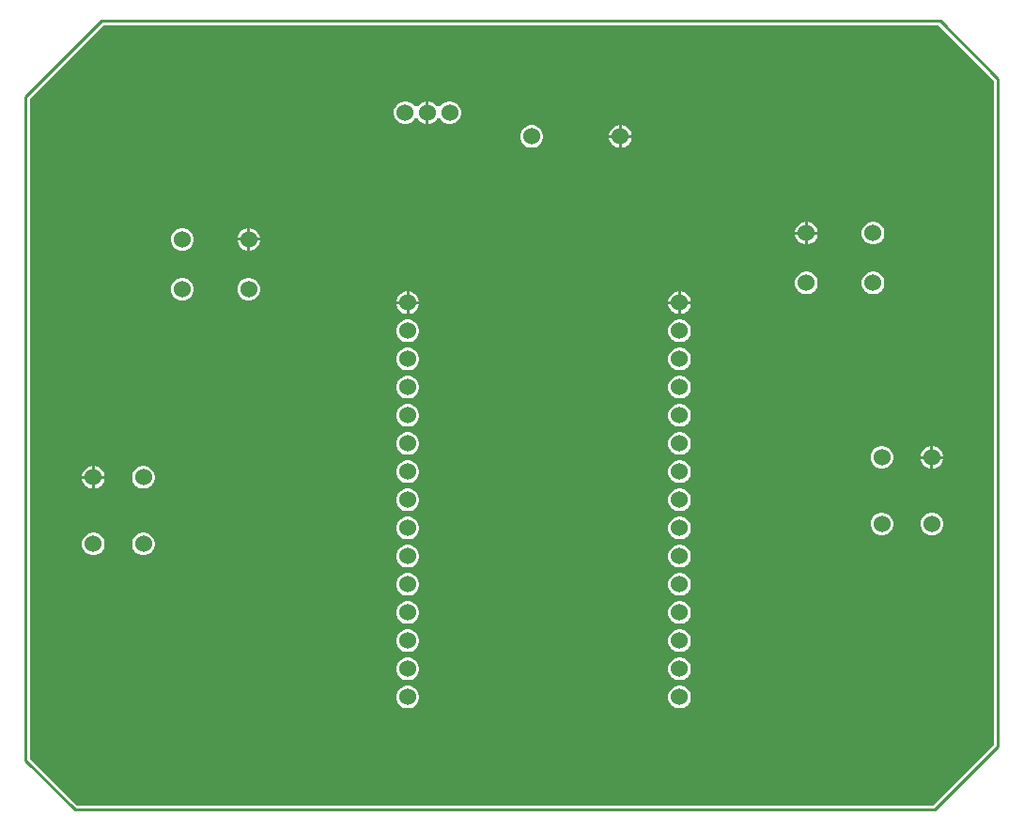
<source format=gbr>
G04*
G04 #@! TF.GenerationSoftware,Altium Limited,Altium Designer,25.3.3 (18)*
G04*
G04 Layer_Physical_Order=2*
G04 Layer_Color=16711680*
%FSLAX44Y44*%
%MOMM*%
G71*
G04*
G04 #@! TF.SameCoordinates,BFA56DCA-6B84-46F4-87B7-A1C525471511*
G04*
G04*
G04 #@! TF.FilePolarity,Positive*
G04*
G01*
G75*
%ADD10C,0.2540*%
%ADD12C,1.5240*%
G36*
X1454075Y958511D02*
Y359749D01*
X1399201Y304875D01*
X627719D01*
X585545Y347049D01*
Y942001D01*
X651849Y1008305D01*
X1404281D01*
X1454075Y958511D01*
D02*
G37*
%LPC*%
G36*
X964948Y939800D02*
X962272D01*
X959688Y939108D01*
X957372Y937770D01*
X955480Y935878D01*
X955077Y935180D01*
X952143D01*
X951740Y935878D01*
X949848Y937770D01*
X947532Y939108D01*
X944948Y939800D01*
X944880D01*
Y929640D01*
Y919480D01*
X944948D01*
X947532Y920172D01*
X949848Y921510D01*
X951740Y923402D01*
X952143Y924100D01*
X955077D01*
X955480Y923402D01*
X957372Y921510D01*
X959688Y920172D01*
X962272Y919480D01*
X964948D01*
X967532Y920172D01*
X969848Y921510D01*
X971740Y923402D01*
X973078Y925718D01*
X973770Y928302D01*
Y930978D01*
X973078Y933562D01*
X971740Y935878D01*
X969848Y937770D01*
X967532Y939108D01*
X964948Y939800D01*
D02*
G37*
G36*
X942340D02*
X942272D01*
X939688Y939108D01*
X937372Y937770D01*
X935480Y935878D01*
X935077Y935180D01*
X932143D01*
X931740Y935878D01*
X929848Y937770D01*
X927532Y939108D01*
X924948Y939800D01*
X922272D01*
X919688Y939108D01*
X917372Y937770D01*
X915480Y935878D01*
X914142Y933562D01*
X913450Y930978D01*
Y928302D01*
X914142Y925718D01*
X915480Y923402D01*
X917372Y921510D01*
X919688Y920172D01*
X922272Y919480D01*
X924948D01*
X927532Y920172D01*
X929848Y921510D01*
X931740Y923402D01*
X932143Y924100D01*
X935077D01*
X935480Y923402D01*
X937372Y921510D01*
X939688Y920172D01*
X942272Y919480D01*
X942340D01*
Y929640D01*
Y939800D01*
D02*
G37*
G36*
X1118928Y918210D02*
X1118860D01*
Y909320D01*
X1127750D01*
Y909388D01*
X1127058Y911972D01*
X1125720Y914288D01*
X1123828Y916180D01*
X1121512Y917518D01*
X1118928Y918210D01*
D02*
G37*
G36*
X1116320D02*
X1116252D01*
X1113668Y917518D01*
X1111352Y916180D01*
X1109460Y914288D01*
X1108122Y911972D01*
X1107430Y909388D01*
Y909320D01*
X1116320D01*
Y918210D01*
D02*
G37*
G36*
X1127750Y906780D02*
X1118860D01*
Y897890D01*
X1118928D01*
X1121512Y898582D01*
X1123828Y899920D01*
X1125720Y901812D01*
X1127058Y904128D01*
X1127750Y906712D01*
Y906780D01*
D02*
G37*
G36*
X1116320D02*
X1107430D01*
Y906712D01*
X1108122Y904128D01*
X1109460Y901812D01*
X1111352Y899920D01*
X1113668Y898582D01*
X1116252Y897890D01*
X1116320D01*
Y906780D01*
D02*
G37*
G36*
X1038928Y918210D02*
X1036252D01*
X1033668Y917518D01*
X1031352Y916180D01*
X1029460Y914288D01*
X1028122Y911972D01*
X1027430Y909388D01*
Y906712D01*
X1028122Y904128D01*
X1029460Y901812D01*
X1031352Y899920D01*
X1033668Y898582D01*
X1036252Y897890D01*
X1038928D01*
X1041512Y898582D01*
X1043828Y899920D01*
X1045720Y901812D01*
X1047058Y904128D01*
X1047750Y906712D01*
Y909388D01*
X1047058Y911972D01*
X1045720Y914288D01*
X1043828Y916180D01*
X1041512Y917518D01*
X1038928Y918210D01*
D02*
G37*
G36*
X1286578Y831130D02*
X1286510D01*
Y822240D01*
X1295400D01*
Y822308D01*
X1294708Y824892D01*
X1293370Y827208D01*
X1291478Y829100D01*
X1289162Y830437D01*
X1286578Y831130D01*
D02*
G37*
G36*
X1283970D02*
X1283902D01*
X1281318Y830437D01*
X1279002Y829100D01*
X1277110Y827208D01*
X1275772Y824892D01*
X1275080Y822308D01*
Y822240D01*
X1283970D01*
Y831130D01*
D02*
G37*
G36*
X783968Y825500D02*
X783900D01*
Y816610D01*
X792790D01*
Y816677D01*
X792098Y819261D01*
X790760Y821578D01*
X788868Y823470D01*
X786552Y824808D01*
X783968Y825500D01*
D02*
G37*
G36*
X781360D02*
X781292D01*
X778708Y824808D01*
X776392Y823470D01*
X774500Y821578D01*
X773162Y819261D01*
X772470Y816677D01*
Y816610D01*
X781360D01*
Y825500D01*
D02*
G37*
G36*
X1346578Y831130D02*
X1343902D01*
X1341318Y830437D01*
X1339002Y829100D01*
X1337110Y827208D01*
X1335772Y824892D01*
X1335080Y822308D01*
Y819632D01*
X1335772Y817048D01*
X1337110Y814732D01*
X1339002Y812840D01*
X1341318Y811502D01*
X1343902Y810810D01*
X1346578D01*
X1349162Y811502D01*
X1351478Y812840D01*
X1353370Y814732D01*
X1354708Y817048D01*
X1355400Y819632D01*
Y822308D01*
X1354708Y824892D01*
X1353370Y827208D01*
X1351478Y829100D01*
X1349162Y830437D01*
X1346578Y831130D01*
D02*
G37*
G36*
X1295400Y819700D02*
X1286510D01*
Y810810D01*
X1286578D01*
X1289162Y811502D01*
X1291478Y812840D01*
X1293370Y814732D01*
X1294708Y817048D01*
X1295400Y819632D01*
Y819700D01*
D02*
G37*
G36*
X1283970D02*
X1275080D01*
Y819632D01*
X1275772Y817048D01*
X1277110Y814732D01*
X1279002Y812840D01*
X1281318Y811502D01*
X1283902Y810810D01*
X1283970D01*
Y819700D01*
D02*
G37*
G36*
X723968Y825500D02*
X721292D01*
X718708Y824808D01*
X716392Y823470D01*
X714500Y821578D01*
X713162Y819262D01*
X712470Y816678D01*
Y814002D01*
X713162Y811418D01*
X714500Y809102D01*
X716392Y807210D01*
X718708Y805872D01*
X721292Y805180D01*
X723968D01*
X726552Y805872D01*
X728868Y807210D01*
X730760Y809102D01*
X732098Y811418D01*
X732790Y814002D01*
Y816678D01*
X732098Y819262D01*
X730760Y821578D01*
X728868Y823470D01*
X726552Y824808D01*
X723968Y825500D01*
D02*
G37*
G36*
X792790Y814070D02*
X783900D01*
Y805180D01*
X783968D01*
X786552Y805872D01*
X788868Y807210D01*
X790760Y809101D01*
X792098Y811418D01*
X792790Y814002D01*
Y814070D01*
D02*
G37*
G36*
X781360D02*
X772470D01*
Y814002D01*
X773162Y811418D01*
X774500Y809101D01*
X776392Y807210D01*
X778708Y805872D01*
X781292Y805180D01*
X781360D01*
Y814070D01*
D02*
G37*
G36*
X1286578Y786130D02*
X1283902D01*
X1281318Y785438D01*
X1279002Y784100D01*
X1277110Y782208D01*
X1275772Y779892D01*
X1275080Y777308D01*
Y774632D01*
X1275772Y772048D01*
X1277110Y769732D01*
X1279002Y767840D01*
X1281318Y766502D01*
X1283902Y765810D01*
X1286578D01*
X1289162Y766502D01*
X1291478Y767840D01*
X1293370Y769732D01*
X1294708Y772048D01*
X1295400Y774632D01*
Y777308D01*
X1294708Y779892D01*
X1293370Y782208D01*
X1291478Y784100D01*
X1289162Y785438D01*
X1286578Y786130D01*
D02*
G37*
G36*
X1346578Y786130D02*
X1343902D01*
X1341318Y785437D01*
X1339002Y784100D01*
X1337110Y782208D01*
X1335772Y779892D01*
X1335080Y777308D01*
Y774632D01*
X1335772Y772048D01*
X1337110Y769732D01*
X1339002Y767840D01*
X1341318Y766502D01*
X1343902Y765810D01*
X1346578D01*
X1349162Y766502D01*
X1351478Y767840D01*
X1353370Y769732D01*
X1354708Y772048D01*
X1355400Y774632D01*
Y777308D01*
X1354708Y779892D01*
X1353370Y782208D01*
X1351478Y784100D01*
X1349162Y785437D01*
X1346578Y786130D01*
D02*
G37*
G36*
X783968Y780500D02*
X781292D01*
X778708Y779808D01*
X776392Y778470D01*
X774500Y776578D01*
X773162Y774262D01*
X772470Y771678D01*
Y769002D01*
X773162Y766418D01*
X774500Y764102D01*
X776392Y762210D01*
X778708Y760872D01*
X781292Y760180D01*
X783968D01*
X786552Y760872D01*
X788868Y762210D01*
X790760Y764102D01*
X792098Y766418D01*
X792790Y769002D01*
Y771678D01*
X792098Y774262D01*
X790760Y776578D01*
X788868Y778470D01*
X786552Y779808D01*
X783968Y780500D01*
D02*
G37*
G36*
X723968D02*
X721292D01*
X718708Y779808D01*
X716392Y778470D01*
X714500Y776578D01*
X713162Y774262D01*
X712470Y771678D01*
Y769002D01*
X713162Y766418D01*
X714500Y764102D01*
X716392Y762210D01*
X718708Y760872D01*
X721292Y760180D01*
X723968D01*
X726552Y760872D01*
X728868Y762210D01*
X730760Y764102D01*
X732098Y766418D01*
X732790Y769002D01*
Y771678D01*
X732098Y774262D01*
X730760Y776578D01*
X728868Y778470D01*
X726552Y779808D01*
X723968Y780500D01*
D02*
G37*
G36*
X1172278Y768350D02*
X1172210D01*
Y759460D01*
X1181100D01*
Y759528D01*
X1180408Y762112D01*
X1179070Y764428D01*
X1177178Y766320D01*
X1174862Y767658D01*
X1172278Y768350D01*
D02*
G37*
G36*
X1169670D02*
X1169602D01*
X1167018Y767658D01*
X1164702Y766320D01*
X1162810Y764428D01*
X1161472Y762112D01*
X1160780Y759528D01*
Y759460D01*
X1169670D01*
Y768350D01*
D02*
G37*
G36*
X927278D02*
X927210D01*
Y759460D01*
X936100D01*
Y759528D01*
X935408Y762112D01*
X934070Y764428D01*
X932178Y766320D01*
X929862Y767658D01*
X927278Y768350D01*
D02*
G37*
G36*
X924670D02*
X924602D01*
X922018Y767658D01*
X919702Y766320D01*
X917810Y764428D01*
X916472Y762112D01*
X915780Y759528D01*
Y759460D01*
X924670D01*
Y768350D01*
D02*
G37*
G36*
X1181100Y756920D02*
X1172210D01*
Y748030D01*
X1172278D01*
X1174862Y748722D01*
X1177178Y750060D01*
X1179070Y751952D01*
X1180408Y754268D01*
X1181100Y756852D01*
Y756920D01*
D02*
G37*
G36*
X1169670D02*
X1160780D01*
Y756852D01*
X1161472Y754268D01*
X1162810Y751952D01*
X1164702Y750060D01*
X1167018Y748722D01*
X1169602Y748030D01*
X1169670D01*
Y756920D01*
D02*
G37*
G36*
X936100Y756920D02*
X927210D01*
Y748030D01*
X927278D01*
X929862Y748722D01*
X932178Y750060D01*
X934070Y751952D01*
X935408Y754268D01*
X936100Y756852D01*
Y756920D01*
D02*
G37*
G36*
X924670D02*
X915780D01*
Y756852D01*
X916472Y754268D01*
X917810Y751952D01*
X919702Y750060D01*
X922018Y748722D01*
X924602Y748030D01*
X924670D01*
Y756920D01*
D02*
G37*
G36*
X1172278Y742950D02*
X1169602D01*
X1167018Y742258D01*
X1164702Y740920D01*
X1162810Y739028D01*
X1161472Y736712D01*
X1160780Y734128D01*
Y731452D01*
X1161472Y728868D01*
X1162810Y726552D01*
X1164702Y724660D01*
X1167018Y723322D01*
X1169602Y722630D01*
X1172278D01*
X1174862Y723322D01*
X1177178Y724660D01*
X1179070Y726552D01*
X1180408Y728868D01*
X1181100Y731452D01*
Y734128D01*
X1180408Y736712D01*
X1179070Y739028D01*
X1177178Y740920D01*
X1174862Y742258D01*
X1172278Y742950D01*
D02*
G37*
G36*
X927278D02*
X924602D01*
X922018Y742258D01*
X919702Y740920D01*
X917810Y739028D01*
X916472Y736712D01*
X915780Y734128D01*
Y731452D01*
X916472Y728868D01*
X917810Y726552D01*
X919702Y724660D01*
X922018Y723322D01*
X924602Y722630D01*
X927278D01*
X929862Y723322D01*
X932178Y724660D01*
X934070Y726552D01*
X935408Y728868D01*
X936100Y731452D01*
Y734128D01*
X935408Y736712D01*
X934070Y739028D01*
X932178Y740920D01*
X929862Y742258D01*
X927278Y742950D01*
D02*
G37*
G36*
X1172278Y717550D02*
X1169602D01*
X1167018Y716858D01*
X1164702Y715520D01*
X1162810Y713628D01*
X1161472Y711312D01*
X1160780Y708728D01*
Y706052D01*
X1161472Y703468D01*
X1162810Y701152D01*
X1164702Y699260D01*
X1167018Y697922D01*
X1169602Y697230D01*
X1172278D01*
X1174862Y697922D01*
X1177178Y699260D01*
X1179070Y701152D01*
X1180408Y703468D01*
X1181100Y706052D01*
Y708728D01*
X1180408Y711312D01*
X1179070Y713628D01*
X1177178Y715520D01*
X1174862Y716858D01*
X1172278Y717550D01*
D02*
G37*
G36*
X927278D02*
X924602D01*
X922018Y716858D01*
X919702Y715520D01*
X917810Y713628D01*
X916472Y711312D01*
X915780Y708728D01*
Y706052D01*
X916472Y703468D01*
X917810Y701152D01*
X919702Y699260D01*
X922018Y697922D01*
X924602Y697230D01*
X927278D01*
X929862Y697922D01*
X932178Y699260D01*
X934070Y701152D01*
X935408Y703468D01*
X936100Y706052D01*
Y708728D01*
X935408Y711312D01*
X934070Y713628D01*
X932178Y715520D01*
X929862Y716858D01*
X927278Y717550D01*
D02*
G37*
G36*
X1172278Y692150D02*
X1169602D01*
X1167018Y691458D01*
X1164702Y690120D01*
X1162810Y688228D01*
X1161472Y685912D01*
X1160780Y683328D01*
Y680652D01*
X1161472Y678068D01*
X1162810Y675752D01*
X1164702Y673860D01*
X1167018Y672522D01*
X1169602Y671830D01*
X1172278D01*
X1174862Y672522D01*
X1177178Y673860D01*
X1179070Y675752D01*
X1180408Y678068D01*
X1181100Y680652D01*
Y683328D01*
X1180408Y685912D01*
X1179070Y688228D01*
X1177178Y690120D01*
X1174862Y691458D01*
X1172278Y692150D01*
D02*
G37*
G36*
X927278D02*
X924602D01*
X922018Y691458D01*
X919702Y690120D01*
X917810Y688228D01*
X916472Y685912D01*
X915780Y683328D01*
Y680652D01*
X916472Y678068D01*
X917810Y675752D01*
X919702Y673860D01*
X922018Y672522D01*
X924602Y671830D01*
X927278D01*
X929862Y672522D01*
X932178Y673860D01*
X934070Y675752D01*
X935408Y678068D01*
X936100Y680652D01*
Y683328D01*
X935408Y685912D01*
X934070Y688228D01*
X932178Y690120D01*
X929862Y691458D01*
X927278Y692150D01*
D02*
G37*
G36*
X1172278Y666750D02*
X1169602D01*
X1167018Y666058D01*
X1164702Y664720D01*
X1162810Y662828D01*
X1161472Y660512D01*
X1160780Y657928D01*
Y655252D01*
X1161472Y652668D01*
X1162810Y650352D01*
X1164702Y648460D01*
X1167018Y647122D01*
X1169602Y646430D01*
X1172278D01*
X1174862Y647122D01*
X1177178Y648460D01*
X1179070Y650352D01*
X1180408Y652668D01*
X1181100Y655252D01*
Y657928D01*
X1180408Y660512D01*
X1179070Y662828D01*
X1177178Y664720D01*
X1174862Y666058D01*
X1172278Y666750D01*
D02*
G37*
G36*
X927278D02*
X924602D01*
X922018Y666058D01*
X919702Y664720D01*
X917810Y662828D01*
X916472Y660512D01*
X915780Y657928D01*
Y655252D01*
X916472Y652668D01*
X917810Y650352D01*
X919702Y648460D01*
X922018Y647122D01*
X924602Y646430D01*
X927278D01*
X929862Y647122D01*
X932178Y648460D01*
X934070Y650352D01*
X935408Y652668D01*
X936100Y655252D01*
Y657928D01*
X935408Y660512D01*
X934070Y662828D01*
X932178Y664720D01*
X929862Y666058D01*
X927278Y666750D01*
D02*
G37*
G36*
X1172278Y641350D02*
X1169602D01*
X1167018Y640658D01*
X1164702Y639320D01*
X1162810Y637428D01*
X1161472Y635112D01*
X1160780Y632528D01*
Y629852D01*
X1161472Y627268D01*
X1162810Y624952D01*
X1164702Y623060D01*
X1167018Y621722D01*
X1169602Y621030D01*
X1172278D01*
X1174862Y621722D01*
X1177178Y623060D01*
X1179070Y624952D01*
X1180408Y627268D01*
X1181100Y629852D01*
Y632528D01*
X1180408Y635112D01*
X1179070Y637428D01*
X1177178Y639320D01*
X1174862Y640658D01*
X1172278Y641350D01*
D02*
G37*
G36*
X927278D02*
X924602D01*
X922018Y640658D01*
X919702Y639320D01*
X917810Y637428D01*
X916472Y635112D01*
X915780Y632528D01*
Y629852D01*
X916472Y627268D01*
X917810Y624952D01*
X919702Y623060D01*
X922018Y621722D01*
X924602Y621030D01*
X927278D01*
X929862Y621722D01*
X932178Y623060D01*
X934070Y624952D01*
X935408Y627268D01*
X936100Y629852D01*
Y632528D01*
X935408Y635112D01*
X934070Y637428D01*
X932178Y639320D01*
X929862Y640658D01*
X927278Y641350D01*
D02*
G37*
G36*
X1399608Y628960D02*
X1399540D01*
Y620070D01*
X1408430D01*
Y620138D01*
X1407738Y622722D01*
X1406400Y625038D01*
X1404508Y626930D01*
X1402192Y628268D01*
X1399608Y628960D01*
D02*
G37*
G36*
X1397000D02*
X1396932D01*
X1394348Y628268D01*
X1392032Y626930D01*
X1390140Y625038D01*
X1388802Y622722D01*
X1388110Y620138D01*
Y620070D01*
X1397000D01*
Y628960D01*
D02*
G37*
G36*
X1408430Y617530D02*
X1399540D01*
Y608640D01*
X1399608D01*
X1402192Y609332D01*
X1404508Y610670D01*
X1406400Y612562D01*
X1407738Y614878D01*
X1408430Y617462D01*
Y617530D01*
D02*
G37*
G36*
X1397000D02*
X1388110D01*
Y617462D01*
X1388802Y614878D01*
X1390140Y612562D01*
X1392032Y610670D01*
X1394348Y609332D01*
X1396932Y608640D01*
X1397000D01*
Y617530D01*
D02*
G37*
G36*
X1354608Y628960D02*
X1351933D01*
X1349348Y628268D01*
X1347032Y626930D01*
X1345140Y625038D01*
X1343802Y622722D01*
X1343110Y620138D01*
Y617462D01*
X1343802Y614878D01*
X1345140Y612562D01*
X1347032Y610670D01*
X1349348Y609332D01*
X1351933Y608640D01*
X1354608D01*
X1357192Y609332D01*
X1359509Y610670D01*
X1361400Y612562D01*
X1362738Y614878D01*
X1363430Y617462D01*
Y620138D01*
X1362738Y622722D01*
X1361400Y625038D01*
X1359509Y626930D01*
X1357192Y628268D01*
X1354608Y628960D01*
D02*
G37*
G36*
X643958Y610870D02*
X643890D01*
Y601980D01*
X652780D01*
Y602048D01*
X652088Y604632D01*
X650750Y606948D01*
X648858Y608840D01*
X646542Y610178D01*
X643958Y610870D01*
D02*
G37*
G36*
X641350D02*
X641282D01*
X638698Y610178D01*
X636382Y608840D01*
X634490Y606948D01*
X633152Y604632D01*
X632460Y602048D01*
Y601980D01*
X641350D01*
Y610870D01*
D02*
G37*
G36*
X1172278Y615950D02*
X1169602D01*
X1167018Y615258D01*
X1164702Y613920D01*
X1162810Y612028D01*
X1161472Y609712D01*
X1160780Y607128D01*
Y604452D01*
X1161472Y601868D01*
X1162810Y599552D01*
X1164702Y597660D01*
X1167018Y596322D01*
X1169602Y595630D01*
X1172278D01*
X1174862Y596322D01*
X1177178Y597660D01*
X1179070Y599552D01*
X1180408Y601868D01*
X1181100Y604452D01*
Y607128D01*
X1180408Y609712D01*
X1179070Y612028D01*
X1177178Y613920D01*
X1174862Y615258D01*
X1172278Y615950D01*
D02*
G37*
G36*
X927278D02*
X924602D01*
X922018Y615258D01*
X919702Y613920D01*
X917810Y612028D01*
X916472Y609712D01*
X915780Y607128D01*
Y604452D01*
X916472Y601868D01*
X917810Y599552D01*
X919702Y597660D01*
X922018Y596322D01*
X924602Y595630D01*
X927278D01*
X929862Y596322D01*
X932178Y597660D01*
X934070Y599552D01*
X935408Y601868D01*
X936100Y604452D01*
Y607128D01*
X935408Y609712D01*
X934070Y612028D01*
X932178Y613920D01*
X929862Y615258D01*
X927278Y615950D01*
D02*
G37*
G36*
X688958Y610870D02*
X686282D01*
X683698Y610178D01*
X681382Y608840D01*
X679490Y606948D01*
X678152Y604632D01*
X677460Y602048D01*
Y599372D01*
X678152Y596788D01*
X679490Y594472D01*
X681382Y592580D01*
X683698Y591242D01*
X686282Y590550D01*
X688958D01*
X691542Y591242D01*
X693858Y592580D01*
X695750Y594472D01*
X697087Y596788D01*
X697780Y599372D01*
Y602048D01*
X697087Y604632D01*
X695750Y606948D01*
X693858Y608840D01*
X691542Y610178D01*
X688958Y610870D01*
D02*
G37*
G36*
X652780Y599440D02*
X643890D01*
Y590550D01*
X643958D01*
X646542Y591242D01*
X648858Y592580D01*
X650750Y594472D01*
X652088Y596788D01*
X652780Y599372D01*
Y599440D01*
D02*
G37*
G36*
X641350D02*
X632460D01*
Y599372D01*
X633152Y596788D01*
X634490Y594472D01*
X636382Y592580D01*
X638698Y591242D01*
X641282Y590550D01*
X641350D01*
Y599440D01*
D02*
G37*
G36*
X1172278Y590550D02*
X1169602D01*
X1167018Y589858D01*
X1164702Y588520D01*
X1162810Y586628D01*
X1161472Y584312D01*
X1160780Y581728D01*
Y579052D01*
X1161472Y576468D01*
X1162810Y574152D01*
X1164702Y572260D01*
X1167018Y570922D01*
X1169602Y570230D01*
X1172278D01*
X1174862Y570922D01*
X1177178Y572260D01*
X1179070Y574152D01*
X1180408Y576468D01*
X1181100Y579052D01*
Y581728D01*
X1180408Y584312D01*
X1179070Y586628D01*
X1177178Y588520D01*
X1174862Y589858D01*
X1172278Y590550D01*
D02*
G37*
G36*
X927278D02*
X924602D01*
X922018Y589858D01*
X919702Y588520D01*
X917810Y586628D01*
X916472Y584312D01*
X915780Y581728D01*
Y579052D01*
X916472Y576468D01*
X917810Y574152D01*
X919702Y572260D01*
X922018Y570922D01*
X924602Y570230D01*
X927278D01*
X929862Y570922D01*
X932178Y572260D01*
X934070Y574152D01*
X935408Y576468D01*
X936100Y579052D01*
Y581728D01*
X935408Y584312D01*
X934070Y586628D01*
X932178Y588520D01*
X929862Y589858D01*
X927278Y590550D01*
D02*
G37*
G36*
X1399608Y568960D02*
X1396932D01*
X1394348Y568268D01*
X1392032Y566930D01*
X1390140Y565038D01*
X1388802Y562722D01*
X1388110Y560138D01*
Y557462D01*
X1388802Y554878D01*
X1390140Y552562D01*
X1392032Y550670D01*
X1394348Y549332D01*
X1396932Y548640D01*
X1399608D01*
X1402192Y549332D01*
X1404508Y550670D01*
X1406400Y552562D01*
X1407738Y554878D01*
X1408430Y557462D01*
Y560138D01*
X1407738Y562722D01*
X1406400Y565038D01*
X1404508Y566930D01*
X1402192Y568268D01*
X1399608Y568960D01*
D02*
G37*
G36*
X1354608D02*
X1351932D01*
X1349348Y568268D01*
X1347032Y566930D01*
X1345140Y565038D01*
X1343802Y562722D01*
X1343110Y560138D01*
Y557462D01*
X1343802Y554878D01*
X1345140Y552562D01*
X1347032Y550670D01*
X1349348Y549332D01*
X1351932Y548640D01*
X1354608D01*
X1357192Y549332D01*
X1359508Y550670D01*
X1361400Y552562D01*
X1362738Y554878D01*
X1363430Y557462D01*
Y560138D01*
X1362738Y562722D01*
X1361400Y565038D01*
X1359508Y566930D01*
X1357192Y568268D01*
X1354608Y568960D01*
D02*
G37*
G36*
X1172278Y565150D02*
X1169602D01*
X1167018Y564458D01*
X1164702Y563120D01*
X1162810Y561228D01*
X1161472Y558912D01*
X1160780Y556328D01*
Y553652D01*
X1161472Y551068D01*
X1162810Y548752D01*
X1164702Y546860D01*
X1167018Y545522D01*
X1169602Y544830D01*
X1172278D01*
X1174862Y545522D01*
X1177178Y546860D01*
X1179070Y548752D01*
X1180408Y551068D01*
X1181100Y553652D01*
Y556328D01*
X1180408Y558912D01*
X1179070Y561228D01*
X1177178Y563120D01*
X1174862Y564458D01*
X1172278Y565150D01*
D02*
G37*
G36*
X927278D02*
X924602D01*
X922018Y564458D01*
X919702Y563120D01*
X917810Y561228D01*
X916472Y558912D01*
X915780Y556328D01*
Y553652D01*
X916472Y551068D01*
X917810Y548752D01*
X919702Y546860D01*
X922018Y545522D01*
X924602Y544830D01*
X927278D01*
X929862Y545522D01*
X932178Y546860D01*
X934070Y548752D01*
X935408Y551068D01*
X936100Y553652D01*
Y556328D01*
X935408Y558912D01*
X934070Y561228D01*
X932178Y563120D01*
X929862Y564458D01*
X927278Y565150D01*
D02*
G37*
G36*
X688958Y550870D02*
X686282D01*
X683698Y550178D01*
X681382Y548840D01*
X679490Y546948D01*
X678152Y544632D01*
X677460Y542048D01*
Y539372D01*
X678152Y536788D01*
X679490Y534472D01*
X681382Y532580D01*
X683698Y531242D01*
X686282Y530550D01*
X688958D01*
X691542Y531242D01*
X693858Y532580D01*
X695750Y534472D01*
X697087Y536788D01*
X697780Y539372D01*
Y542048D01*
X697087Y544632D01*
X695750Y546948D01*
X693858Y548840D01*
X691542Y550178D01*
X688958Y550870D01*
D02*
G37*
G36*
X643958D02*
X641282D01*
X638698Y550178D01*
X636381Y548840D01*
X634490Y546948D01*
X633152Y544632D01*
X632460Y542048D01*
Y539372D01*
X633152Y536788D01*
X634490Y534472D01*
X636381Y532580D01*
X638698Y531242D01*
X641282Y530550D01*
X643958D01*
X646542Y531242D01*
X648858Y532580D01*
X650750Y534472D01*
X652087Y536788D01*
X652780Y539372D01*
Y542048D01*
X652087Y544632D01*
X650750Y546948D01*
X648858Y548840D01*
X646542Y550178D01*
X643958Y550870D01*
D02*
G37*
G36*
X1172278Y539750D02*
X1169602D01*
X1167018Y539058D01*
X1164702Y537720D01*
X1162810Y535828D01*
X1161472Y533512D01*
X1160780Y530928D01*
Y528252D01*
X1161472Y525668D01*
X1162810Y523352D01*
X1164702Y521460D01*
X1167018Y520122D01*
X1169602Y519430D01*
X1172278D01*
X1174862Y520122D01*
X1177178Y521460D01*
X1179070Y523352D01*
X1180408Y525668D01*
X1181100Y528252D01*
Y530928D01*
X1180408Y533512D01*
X1179070Y535828D01*
X1177178Y537720D01*
X1174862Y539058D01*
X1172278Y539750D01*
D02*
G37*
G36*
X927278D02*
X924602D01*
X922018Y539058D01*
X919702Y537720D01*
X917810Y535828D01*
X916472Y533512D01*
X915780Y530928D01*
Y528252D01*
X916472Y525668D01*
X917810Y523352D01*
X919702Y521460D01*
X922018Y520122D01*
X924602Y519430D01*
X927278D01*
X929862Y520122D01*
X932178Y521460D01*
X934070Y523352D01*
X935408Y525668D01*
X936100Y528252D01*
Y530928D01*
X935408Y533512D01*
X934070Y535828D01*
X932178Y537720D01*
X929862Y539058D01*
X927278Y539750D01*
D02*
G37*
G36*
X1172278Y514350D02*
X1169602D01*
X1167018Y513658D01*
X1164702Y512320D01*
X1162810Y510428D01*
X1161472Y508112D01*
X1160780Y505528D01*
Y502852D01*
X1161472Y500268D01*
X1162810Y497952D01*
X1164702Y496060D01*
X1167018Y494722D01*
X1169602Y494030D01*
X1172278D01*
X1174862Y494722D01*
X1177178Y496060D01*
X1179070Y497952D01*
X1180408Y500268D01*
X1181100Y502852D01*
Y505528D01*
X1180408Y508112D01*
X1179070Y510428D01*
X1177178Y512320D01*
X1174862Y513658D01*
X1172278Y514350D01*
D02*
G37*
G36*
X927278D02*
X924602D01*
X922018Y513658D01*
X919702Y512320D01*
X917810Y510428D01*
X916472Y508112D01*
X915780Y505528D01*
Y502852D01*
X916472Y500268D01*
X917810Y497952D01*
X919702Y496060D01*
X922018Y494722D01*
X924602Y494030D01*
X927278D01*
X929862Y494722D01*
X932178Y496060D01*
X934070Y497952D01*
X935408Y500268D01*
X936100Y502852D01*
Y505528D01*
X935408Y508112D01*
X934070Y510428D01*
X932178Y512320D01*
X929862Y513658D01*
X927278Y514350D01*
D02*
G37*
G36*
X1172278Y488950D02*
X1169602D01*
X1167018Y488258D01*
X1164702Y486920D01*
X1162810Y485028D01*
X1161472Y482712D01*
X1160780Y480128D01*
Y477452D01*
X1161472Y474868D01*
X1162810Y472552D01*
X1164702Y470660D01*
X1167018Y469322D01*
X1169602Y468630D01*
X1172278D01*
X1174862Y469322D01*
X1177178Y470660D01*
X1179070Y472552D01*
X1180408Y474868D01*
X1181100Y477452D01*
Y480128D01*
X1180408Y482712D01*
X1179070Y485028D01*
X1177178Y486920D01*
X1174862Y488258D01*
X1172278Y488950D01*
D02*
G37*
G36*
X927278D02*
X924602D01*
X922018Y488258D01*
X919702Y486920D01*
X917810Y485028D01*
X916472Y482712D01*
X915780Y480128D01*
Y477452D01*
X916472Y474868D01*
X917810Y472552D01*
X919702Y470660D01*
X922018Y469322D01*
X924602Y468630D01*
X927278D01*
X929862Y469322D01*
X932178Y470660D01*
X934070Y472552D01*
X935408Y474868D01*
X936100Y477452D01*
Y480128D01*
X935408Y482712D01*
X934070Y485028D01*
X932178Y486920D01*
X929862Y488258D01*
X927278Y488950D01*
D02*
G37*
G36*
X1172278Y463550D02*
X1169602D01*
X1167018Y462858D01*
X1164702Y461520D01*
X1162810Y459628D01*
X1161472Y457312D01*
X1160780Y454728D01*
Y452052D01*
X1161472Y449468D01*
X1162810Y447152D01*
X1164702Y445260D01*
X1167018Y443922D01*
X1169602Y443230D01*
X1172278D01*
X1174862Y443922D01*
X1177178Y445260D01*
X1179070Y447152D01*
X1180408Y449468D01*
X1181100Y452052D01*
Y454728D01*
X1180408Y457312D01*
X1179070Y459628D01*
X1177178Y461520D01*
X1174862Y462858D01*
X1172278Y463550D01*
D02*
G37*
G36*
X927278D02*
X924602D01*
X922018Y462858D01*
X919702Y461520D01*
X917810Y459628D01*
X916472Y457312D01*
X915780Y454728D01*
Y452052D01*
X916472Y449468D01*
X917810Y447152D01*
X919702Y445260D01*
X922018Y443922D01*
X924602Y443230D01*
X927278D01*
X929862Y443922D01*
X932178Y445260D01*
X934070Y447152D01*
X935408Y449468D01*
X936100Y452052D01*
Y454728D01*
X935408Y457312D01*
X934070Y459628D01*
X932178Y461520D01*
X929862Y462858D01*
X927278Y463550D01*
D02*
G37*
G36*
X1172278Y438150D02*
X1169602D01*
X1167018Y437458D01*
X1164702Y436120D01*
X1162810Y434228D01*
X1161472Y431912D01*
X1160780Y429328D01*
Y426652D01*
X1161472Y424068D01*
X1162810Y421752D01*
X1164702Y419860D01*
X1167018Y418522D01*
X1169602Y417830D01*
X1172278D01*
X1174862Y418522D01*
X1177178Y419860D01*
X1179070Y421752D01*
X1180408Y424068D01*
X1181100Y426652D01*
Y429328D01*
X1180408Y431912D01*
X1179070Y434228D01*
X1177178Y436120D01*
X1174862Y437458D01*
X1172278Y438150D01*
D02*
G37*
G36*
X927278D02*
X924602D01*
X922018Y437458D01*
X919702Y436120D01*
X917810Y434228D01*
X916472Y431912D01*
X915780Y429328D01*
Y426652D01*
X916472Y424068D01*
X917810Y421752D01*
X919702Y419860D01*
X922018Y418522D01*
X924602Y417830D01*
X927278D01*
X929862Y418522D01*
X932178Y419860D01*
X934070Y421752D01*
X935408Y424068D01*
X936100Y426652D01*
Y429328D01*
X935408Y431912D01*
X934070Y434228D01*
X932178Y436120D01*
X929862Y437458D01*
X927278Y438150D01*
D02*
G37*
G36*
X1172278Y412750D02*
X1169602D01*
X1167018Y412058D01*
X1164702Y410720D01*
X1162810Y408828D01*
X1161472Y406512D01*
X1160780Y403928D01*
Y401252D01*
X1161472Y398668D01*
X1162810Y396352D01*
X1164702Y394460D01*
X1167018Y393122D01*
X1169602Y392430D01*
X1172278D01*
X1174862Y393122D01*
X1177178Y394460D01*
X1179070Y396352D01*
X1180408Y398668D01*
X1181100Y401252D01*
Y403928D01*
X1180408Y406512D01*
X1179070Y408828D01*
X1177178Y410720D01*
X1174862Y412058D01*
X1172278Y412750D01*
D02*
G37*
G36*
X927278D02*
X924602D01*
X922018Y412058D01*
X919702Y410720D01*
X917810Y408828D01*
X916472Y406512D01*
X915780Y403928D01*
Y401252D01*
X916472Y398668D01*
X917810Y396352D01*
X919702Y394460D01*
X922018Y393122D01*
X924602Y392430D01*
X927278D01*
X929862Y393122D01*
X932178Y394460D01*
X934070Y396352D01*
X935408Y398668D01*
X936100Y401252D01*
Y403928D01*
X935408Y406512D01*
X934070Y408828D01*
X932178Y410720D01*
X929862Y412058D01*
X927278Y412750D01*
D02*
G37*
%LPD*%
D10*
X581660Y943610D02*
X650240Y1012190D01*
X581660Y345440D02*
Y943610D01*
Y345440D02*
X626110Y300990D01*
X1400810D01*
X1457960Y358140D01*
Y960120D01*
X1405890Y1012190D02*
X1457960Y960120D01*
X650240Y1012190D02*
X1405890D01*
D12*
X642620Y600710D02*
D03*
X687620D02*
D03*
X642620Y540710D02*
D03*
X687620D02*
D03*
X1037590Y908050D02*
D03*
X1117590D02*
D03*
X925940Y758190D02*
D03*
Y427990D02*
D03*
Y453390D02*
D03*
Y478790D02*
D03*
Y504190D02*
D03*
Y529590D02*
D03*
Y554990D02*
D03*
Y580390D02*
D03*
Y605790D02*
D03*
Y631190D02*
D03*
Y656590D02*
D03*
Y681990D02*
D03*
Y707390D02*
D03*
Y732790D02*
D03*
Y402590D02*
D03*
X1170940Y758190D02*
D03*
Y427990D02*
D03*
Y453390D02*
D03*
Y478790D02*
D03*
Y504190D02*
D03*
Y529590D02*
D03*
Y554990D02*
D03*
Y580390D02*
D03*
Y605790D02*
D03*
Y631190D02*
D03*
Y656590D02*
D03*
X1170940Y681990D02*
D03*
X1170940Y707390D02*
D03*
Y732790D02*
D03*
Y402590D02*
D03*
X1353270Y618800D02*
D03*
X1398270D02*
D03*
X1353270Y558800D02*
D03*
X1398270D02*
D03*
X782630Y815340D02*
D03*
Y770340D02*
D03*
X722630Y815340D02*
D03*
Y770340D02*
D03*
X1285240Y775970D02*
D03*
Y820970D02*
D03*
X1345240Y775970D02*
D03*
Y820970D02*
D03*
X963610Y929640D02*
D03*
X943610D02*
D03*
X923610D02*
D03*
M02*

</source>
